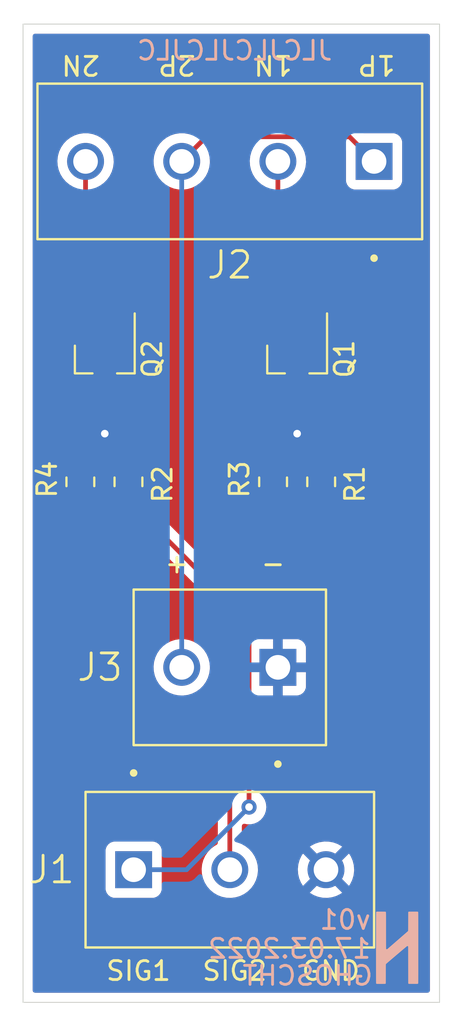
<source format=kicad_pcb>
(kicad_pcb (version 20211014) (generator pcbnew)
  (title_block (title "Heliox Module") (date "2022-03-17") (rev "v01") (comment 4 "Author: GHOSCHT"))
  (layers (0 "F.Cu" signal) (31 "B.Cu" signal) (34 "B.Paste" user) (35 "F.Paste" user) (36 "B.SilkS" user "B.Silkscreen") (37 "F.SilkS" user "F.Silkscreen") (38 "B.Mask" user) (39 "F.Mask" user) (44 "Edge.Cuts" user))
  (net 0 "")
  (net 1 "Net-(Q1-Pad1)")
  (net 2 "Net-(Q2-Pad1)")
  (net 3 "SIG1")
  (net 4 "SIG2")
  (net 5 "GND")
  (net 6 "VCC")
  (net 7 "LED1N")
  (net 8 "LED2N")
  (footprint "CUI_TB006-508-03BE:CUI_TB006-508-03BE" (layer "F.Cu") (at 142.494 94.742)
    (fp_text reference "J1" (at -4.318 0) (layer "F.SilkS") (effects (font (size 1.4 1.4))))
    (fp_text value "Screw_Terminal_01x03")
    (fp_line (start -2.54 -4.1) (end 12.7 -4.1) (layer "F.SilkS") (width 0.127))
    (fp_line (start 12.7 -4.1) (end 12.7 4.1) (layer "F.SilkS") (width 0.127))
    (fp_line (start 12.7 4.1) (end -2.54 4.1) (layer "F.SilkS") (width 0.127))
    (fp_line (start -2.54 4.1) (end -2.54 -4.1) (layer "F.SilkS") (width 0.127))
    (fp_circle (center 0 -5.1) (end 0.1 -5.1) (layer "F.SilkS") (width 0.2) (fill none))
    (pad "1" thru_hole rect locked (at 0 0) (size 1.95 1.95) (drill 1.3) (layers *.Cu *.Mask) (net 3 "SIG1"))
    (pad "2" thru_hole circle locked (at 5.08 0) (size 1.95 1.95) (drill 1.3) (layers *.Cu *.Mask) (net 4 "SIG2"))
    (pad "3" thru_hole circle locked (at 10.16 0) (size 1.95 1.95) (drill 1.3) (layers *.Cu *.Mask) (net 5 "GND"))
  )
  (footprint "CUI_TB006-508-04BE:CUI_TB006-508-04BE" (layer "F.Cu") (at 155.194 57.404 180)
    (fp_text reference "J2" (at 7.62 -5.461) (layer "F.SilkS") (effects (font (size 1.4 1.4))))
    (fp_text value "Screw_Terminal_01x04")
    (fp_line (start -2.54 -4.1) (end 17.78 -4.1) (layer "F.SilkS") (width 0.127))
    (fp_line (start 17.78 -4.1) (end 17.78 4.1) (layer "F.SilkS") (width 0.127))
    (fp_line (start -2.54 4.1) (end -2.54 -4.1) (layer "F.SilkS") (width 0.127))
    (fp_line (start 17.78 4.1) (end -2.54 4.1) (layer "F.SilkS") (width 0.127))
    (fp_circle (center 0 -5.1) (end 0.1 -5.1) (layer "F.SilkS") (width 0.2) (fill none))
    (pad "1" thru_hole rect locked (at 0 0 180) (size 1.95 1.95) (drill 1.3) (layers *.Cu *.Mask) (net 6 "VCC"))
    (pad "2" thru_hole circle locked (at 5.08 0 180) (size 1.95 1.95) (drill 1.3) (layers *.Cu *.Mask) (net 7 "LED1N"))
    (pad "3" thru_hole circle locked (at 10.16 0 180) (size 1.95 1.95) (drill 1.3) (layers *.Cu *.Mask) (net 6 "VCC"))
    (pad "4" thru_hole circle locked (at 15.24 0 180) (size 1.95 1.95) (drill 1.3) (layers *.Cu *.Mask) (net 8 "LED2N"))
  )
  (footprint "Package_TO_SOT_SMD:SOT-23_Handsoldering" (layer "F.Cu") (at 151.13 67.818 -90)
    (fp_text reference "Q1" (at 0 -2.5 90) (layer "F.SilkS"))
    (fp_text value "Q_NPN_BCE")
    (fp_line (start 0.76 1.58) (end 0.76 0.65) (layer "F.SilkS") (width 0.12))
    (fp_line (start 0.76 -1.58) (end 0.76 -0.65) (layer "F.SilkS") (width 0.12))
    (fp_line (start 0.76 -1.58) (end -2.4 -1.58) (layer "F.SilkS") (width 0.12))
    (fp_line (start 0.76 1.58) (end -0.7 1.58) (layer "F.SilkS") (width 0.12))
    (pad "1" smd rect locked (at -1.5 -0.95 270) (size 1.9 0.8) (layers "F.Cu" "F.Paste" "F.Mask") (net 1 "Net-(Q1-Pad1)"))
    (pad "2" smd rect locked (at -1.5 0.95 270) (size 1.9 0.8) (layers "F.Cu" "F.Paste" "F.Mask") (net 7 "LED1N"))
    (pad "3" smd rect locked (at 1.5 0 270) (size 1.9 0.8) (layers "F.Cu" "F.Paste" "F.Mask") (net 5 "GND"))
  )
  (footprint "Package_TO_SOT_SMD:SOT-23_Handsoldering" (layer "F.Cu") (at 140.97 67.818 -90)
    (fp_text reference "Q2" (at 0 -2.5 90) (layer "F.SilkS"))
    (fp_text value "Q_NPN_BCE")
    (fp_line (start 0.76 -1.58) (end 0.76 -0.65) (layer "F.SilkS") (width 0.12))
    (fp_line (start 0.76 1.58) (end -0.7 1.58) (layer "F.SilkS") (width 0.12))
    (fp_line (start 0.76 1.58) (end 0.76 0.65) (layer "F.SilkS") (width 0.12))
    (fp_line (start 0.76 -1.58) (end -2.4 -1.58) (layer "F.SilkS") (width 0.12))
    (pad "1" smd rect locked (at -1.5 -0.95 270) (size 1.9 0.8) (layers "F.Cu" "F.Paste" "F.Mask") (net 2 "Net-(Q2-Pad1)"))
    (pad "2" smd rect locked (at -1.5 0.95 270) (size 1.9 0.8) (layers "F.Cu" "F.Paste" "F.Mask") (net 8 "LED2N"))
    (pad "3" smd rect locked (at 1.5 0 270) (size 1.9 0.8) (layers "F.Cu" "F.Paste" "F.Mask") (net 5 "GND"))
  )
  (footprint "CUI_TB006-508-02BE:CUI_TB006-508-02BE" (layer "F.Cu") (at 150.114 84.074 180)
    (fp_text reference "J3" (at 9.398 0) (layer "F.SilkS") (effects (font (size 1.4 1.4))))
    (fp_text value "Screw_Terminal_01x02")
    (fp_line (start -2.54 4.1) (end -2.54 -4.1) (layer "F.SilkS") (width 0.127))
    (fp_line (start 7.62 -4.1) (end 7.62 4.1) (layer "F.SilkS") (width 0.127))
    (fp_line (start -2.54 -4.1) (end 7.62 -4.1) (layer "F.SilkS") (width 0.127))
    (fp_line (start 7.62 4.1) (end -2.54 4.1) (layer "F.SilkS") (width 0.127))
    (fp_circle (center 0 -5.1) (end 0.1 -5.1) (layer "F.SilkS") (width 0.2) (fill none))
    (pad "1" thru_hole rect locked (at 0 0 180) (size 1.95 1.95) (drill 1.3) (layers *.Cu *.Mask) (net 5 "GND"))
    (pad "2" thru_hole circle locked (at 5.08 0 180) (size 1.95 1.95) (drill 1.3) (layers *.Cu *.Mask) (net 6 "VCC"))
  )
  (footprint "Resistor_SMD:R_0805_2012Metric_Pad1.20x1.40mm_HandSolder" (layer "F.Cu") (at 142.22 74.295 -90)
    (fp_text reference "R2" (at 0.127 -1.798 -90) (layer "F.SilkS"))
    (fp_text value "470")
    (fp_line (start -0.227064 0.735) (end 0.227064 0.735) (layer "F.SilkS") (width 0.12))
    (fp_line (start -0.227064 -0.735) (end 0.227064 -0.735) (layer "F.SilkS") (width 0.12))
    (pad "1" smd roundrect locked (at -1 0 270) (size 1.2 1.4) (layers "F.Cu" "F.Paste" "F.Mask") (roundrect_rratio 0.2083325) (net 2 "Net-(Q2-Pad1)"))
    (pad "2" smd roundrect locked (at 1 0 270) (size 1.2 1.4) (layers "F.Cu" "F.Paste" "F.Mask") (roundrect_rratio 0.2083325) (net 4 "SIG2"))
  )
  (footprint "Resistor_SMD:R_0805_2012Metric_Pad1.20x1.40mm_HandSolder" (layer "F.Cu") (at 152.4 74.295 -90)
    (fp_text reference "R1" (at 0.127 -1.778 90) (layer "F.SilkS"))
    (fp_text value "470")
    (fp_line (start -0.227064 -0.735) (end 0.227064 -0.735) (layer "F.SilkS") (width 0.12))
    (fp_line (start -0.227064 0.735) (end 0.227064 0.735) (layer "F.SilkS") (width 0.12))
    (pad "1" smd roundrect locked (at -1 0 270) (size 1.2 1.4) (layers "F.Cu" "F.Paste" "F.Mask") (roundrect_rratio 0.2083325) (net 1 "Net-(Q1-Pad1)"))
    (pad "2" smd roundrect locked (at 1 0 270) (size 1.2 1.4) (layers "F.Cu" "F.Paste" "F.Mask") (roundrect_rratio 0.2083325) (net 3 "SIG1"))
  )
  (footprint "Resistor_SMD:R_0805_2012Metric_Pad1.20x1.40mm_HandSolder" (layer "F.Cu") (at 149.86 74.295 -90)
    (fp_text reference "R3" (at -0.127 1.778 90) (layer "F.SilkS"))
    (fp_text value "5k")
    (fp_line (start -0.227064 -0.735) (end 0.227064 -0.735) (layer "F.SilkS") (width 0.12))
    (fp_line (start -0.227064 0.735) (end 0.227064 0.735) (layer "F.SilkS") (width 0.12))
    (pad "1" smd roundrect locked (at -1 0 270) (size 1.2 1.4) (layers "F.Cu" "F.Paste" "F.Mask") (roundrect_rratio 0.2083325) (net 7 "LED1N"))
    (pad "2" smd roundrect locked (at 1 0 270) (size 1.2 1.4) (layers "F.Cu" "F.Paste" "F.Mask") (roundrect_rratio 0.2083325) (net 5 "GND"))
  )
  (footprint "Resistor_SMD:R_0805_2012Metric_Pad1.20x1.40mm_HandSolder" (layer "F.Cu") (at 139.68 74.295 90)
    (fp_text reference "R4" (at 0.127 -1.758 90) (layer "F.SilkS"))
    (fp_text value "5k")
    (fp_line (start -0.227064 0.735) (end 0.227064 0.735) (layer "F.SilkS") (width 0.12))
    (fp_line (start -0.227064 -0.735) (end 0.227064 -0.735) (layer "F.SilkS") (width 0.12))
    (pad "1" smd roundrect locked (at -1 0 90) (size 1.2 1.4) (layers "F.Cu" "F.Paste" "F.Mask") (roundrect_rratio 0.2083325) (net 5 "GND"))
    (pad "2" smd roundrect locked (at 1 0 90) (size 1.2 1.4) (layers "F.Cu" "F.Paste" "F.Mask") (roundrect_rratio 0.2083325) (net 8 "LED2N"))
  )
  (footprint "Logo:logo" (layer "B.Cu") (at 156.4132 98.8568 180)
    (fp_text reference "Ge" hide)
    (fp_text value "LOGO" hide)
    (fp_poly (pts (xy 1.006804 1.905763) (xy 1.031833 1.905402) (xy 1.052015 1.904769) (xy 1.067944 1.903814) (xy 1.080213 1.902487) (xy 1.089416 1.900737) (xy 1.096146 1.898515) (xy 1.100995 1.895771) (xy 1.104558 1.892456) (xy 1.107427 1.888518) (xy 1.110197 1.883909) (xy 1.110591 1.88324) (xy 1.111106 1.882062) (xy 1.111594 1.88018) (xy 1.112055 1.877388) (xy 1.11249 1.873481) (xy 1.112901 1.868253) (xy 1.113288 1.861496) (xy 1.113651 1.853006) (xy 1.113991 1.842576) (xy 1.11431 1.830001) (xy 1.114607 1.815074) (xy 1.114883 1.797589) (xy 1.11514 1.777341) (xy 1.115378 1.754123) (xy 1.115597 1.727729) (xy 1.115799 1.697954) (xy 1.115984 1.664592) (xy 1.116152 1.627436) (xy 1.116306 1.58628) (xy 1.116444 1.540919) (xy 1.116569 1.491146) (xy 1.11668 1.436756) (xy 1.116779 1.377542) (xy 1.116866 1.313298) (xy 1.116942 1.24382) (xy 1.117007 1.168899) (xy 1.117063 1.088332) (xy 1.117111 1.00191) (xy 1.11715 0.90943) (xy 1.117181 0.810684) (xy 1.117206 0.705466) (xy 1.117225 0.593571) (xy 1.117239 0.474793) (xy 1.117248 0.348925) (xy 1.117253 0.215762) (xy 1.117255 0.075097) (xy 1.117256 0) (xy 1.117255 -0.14459) (xy 1.117251 -0.281573) (xy 1.117244 -0.411156) (xy 1.117232 -0.533543) (xy 1.117216 -0.648942) (xy 1.117195 -0.757557) (xy 1.117167 -0.859596) (xy 1.117131 -0.955263) (xy 1.117089 -1.044765) (xy 1.117037 -1.128308) (xy 1.116977 -1.206099) (xy 1.116906 -1.278342) (xy 1.116825 -1.345243) (xy 1.116732 -1.40701) (xy 1.116627 -1.463848) (xy 1.11651 -1.515962) (xy 1.116379 -1.56356) (xy 1.116233 -1.606846) (xy 1.116072 -1.646027) (xy 1.115896 -1.681309) (xy 1.115703 -1.712898) (xy 1.115493 -1.740999) (xy 1.115264 -1.76582) (xy 1.115018 -1.787565) (xy 1.114751 -1.806441) (xy 1.114465 -1.822653) (xy 1.114157 -1.836409) (xy 1.113828 -1.847913) (xy 1.113477 -1.857372) (xy 1.113102 -1.864991) (xy 1.112704 -1.870978) (xy 1.112281 -1.875537) (xy 1.111833 -1.878874) (xy 1.111359 -1.881197) (xy 1.110858 -1.88271) (xy 1.110591 -1.883239) (xy 1.107755 -1.88797) (xy 1.104866 -1.892008) (xy 1.101317 -1.895407) (xy 1.096502 -1.898222) (xy 1.089817 -1.900509) (xy 1.080655 -1.902322) (xy 1.06841 -1.903716) (xy 1.052478 -1.904747) (xy 1.032253 -1.905468) (xy 1.007128 -1.905936) (xy 0.976498 -1.906205) (xy 0.939758 -1.90633) (xy 0.896301 -1.906365) (xy 0.855713 -1.906367) (xy 0.806758 -1.906363) (xy 0.765004 -1.906317) (xy 0.729839 -1.90618) (xy 0.700649 -1.905903) (xy 0.676824 -1.905435) (xy 0.65775 -1.904728) (xy 0.642815 -1.903732) (xy 0.631407 -1.902397) (xy 0.622914 -1.900674) (xy 0.616724 -1.898513) (xy 0.612223 -1.895865) (xy 0.608801 -1.89268) (xy 0.605844 -1.888909) (xy 0.603789 -1.885987) (xy 0.602896 -1.884118) (xy 0.602094 -1.88093) (xy 0.601377 -1.876026) (xy 0.600741 -1.869011) (xy 0.600182 -1.859488) (xy 0.599694 -1.847061) (xy 0.599273 -1.831334) (xy 0.598914 -1.81191) (xy 0.598612 -1.788394) (xy 0.598363 -1.76039) (xy 0.598161 -1.727501) (xy 0.598003 -1.68933) (xy 0.597883 -1.645483) (xy 0.597797 -1.595562) (xy 0.59774 -1.539171) (xy 0.597707 -1.475915) (xy 0.597694 -1.405396) (xy 0.597693 -1.375782) (xy 0.597685 -1.302211) (xy 0.597659 -1.236054) (xy 0.59761 -1.176913) (xy 0.597533 -1.12439) (xy 0.597424 -1.078086) (xy 0.597278 -1.037603) (xy 0.59709 -1.002542) (xy 0.596855 -0.972506) (xy 0.596569 -0.947095) (xy 0.596227 -0.925911) (xy 0.595825 -0.908555) (xy 0.595357 -0.89463) (xy 0.594818 -0.883737) (xy 0.594206 -0.875477) (xy 0.593513 -0.869452) (xy 0.592737 -0.865264) (xy 0.591871 -0.862514) (xy 0.591624 -0.861971) (xy 0.588107 -0.858319) (xy 0.578968 -0.849946) (xy 0.564568 -0.837157) (xy 0.545266 -0.820256) (xy 0.521424 -0.799549) (xy 0.493399 -0.775341) (xy 0.461553 -0.747937) (xy 0.426246 -0.717642) (xy 0.387838 -0.68476) (xy 0.346688 -0.649598) (xy 0.303156 -0.61246) (xy 0.257604 -0.573651) (xy 0.21039 -0.533477) (xy 0.161875 -0.492241) (xy 0.112418 -0.45025) (xy 0.06238 -0.407808) (xy 0.012121 -0.365221) (xy -0.037999 -0.322793) (xy -0.087621 -0.280829) (xy -0.136384 -0.239635) (xy -0.183928 -0.199515) (xy -0.229893 -0.160775) (xy -0.27392 -0.12372) (xy -0.315647 -0.088655) (xy -0.354716 -0.055884) (xy -0.390766 -0.025713) (xy -0.423438 0.001553) (xy -0.45237 0.025609) (xy -0.477203 0.046151) (xy -0.497578 0.062872) (xy -0.513133 0.075468) (xy -0.52351 0.083634) (xy -0.528348 0.087065) (xy -0.52849 0.087128) (xy -0.543218 0.088813) (xy -0.558556 0.08453) (xy -0.5707 0.075803) (xy -0.580114 0.065782) (xy -0.582068 -0.906545) (xy -0.584021 -1.878872) (xy -0.59679 -1.891643) (xy -0.60956 -1.904414) (xy -0.844852 -1.90535) (xy -0.894438 -1.905526) (xy -0.936803 -1.905623) (xy -0.972538 -1.905629) (xy -1.002234 -1.905531) (xy -1.026484 -1.905318) (xy -1.045878 -1.904977) (xy -1.061009 -1.904497) (xy -1.072466 -1.903866) (xy -1.080843 -1.903071) (xy -1.086731 -1.902102) (xy -1.09072 -1.900945) (xy -1.092065 -1.900354) (xy -1.102694 -1.892622) (xy -1.110621 -1.88319) (xy -1.111134 -1.882007) (xy -1.111619 -1.880103) (xy -1.112079 -1.877271) (xy -1.112512 -1.873307) (xy -1.112921 -1.868004) (xy -1.113306 -1.861156) (xy -1.113668 -1.852558) (xy -1.114007 -1.842003) (xy -1.114324 -1.829285) (xy -1.11462 -1.814199) (xy -1.114895 -1.796539) (xy -1.115151 -1.776099) (xy -1.115388 -1.752673) (xy -1.115606 -1.726054) (xy -1.115807 -1.696038) (xy -1.115991 -1.662419) (xy -1.116159 -1.624989) (xy -1.116312 -1.583544) (xy -1.11645 -1.537878) (xy -1.116574 -1.487784) (xy -1.116684 -1.433058) (xy -1.116783 -1.373492) (xy -1.116869 -1.308881) (xy -1.116945 -1.239019) (xy -1.11701 -1.1637) (xy -1.117066 -1.082719) (xy -1.117113 -0.995869) (xy -1.117152 -0.902944) (xy -1.117183 -0.80374) (xy -1.117208 -0.698049) (xy -1.117226 -0.585665) (xy -1.11724 -0.466384) (xy -1.117249 -0.339999) (xy -1.117254 -0.206304) (xy -1.117256 -0.065093) (xy -1.117257 0) (xy -1.117256 0.144591) (xy -1.117252 0.281574) (xy -1.117245 0.411157) (xy -1.117233 0.533544) (xy -1.117217 0.648943) (xy -1.117196 0.757558) (xy -1.117167 0.859597) (xy -1.117132 0.955264) (xy -1.11709 1.044766) (xy -1.117038 1.128309) (xy -1.116978 1.206099) (xy -1.116907 1.278342) (xy -1.116826 1.345244) (xy -1.116733 1.407011) (xy -1.116628 1.463849) (xy -1.116511 1.515963) (xy -1.116379 1.563561) (xy -1.116234 1.606847) (xy -1.116073 1.646028) (xy -1.115897 1.68131) (xy -1.115704 1.712899) (xy -1.115494 1.741) (xy -1.115265 1.765821) (xy -1.115018 1.787566) (xy -1.114752 1.806442) (xy -1.114466 1.822654) (xy -1.114158 1.83641) (xy -1.113829 1.847914) (xy -1.113478 1.857373) (xy -1.113103 1.864992) (xy -1.112705 1.870979) (xy -1.112282 1.875538) (xy -1.111834 1.878875) (xy -1.11136 1.881198) (xy -1.110859 1.882711) (xy -1.110592 1.88324) (xy -1.107806 1.887922) (xy -1.105003 1.891933) (xy -1.101594 1.89532) (xy -1.096988 1.898133) (xy -1.090594 1.900421) (xy -1.081822 1.902234) (xy -1.070083 1.903621) (xy -1.054785 1.90463) (xy -1.035339 1.905312) (xy -1.011155 1.905716) (xy -0.981641 1.905891) (xy -0.946208 1.905885) (xy -0.904265 1.905749) (xy -0.855222 1.905532) (xy -0.844073 1.905481) (xy -0.60956 1.904414) (xy -0.59679 1.891644) (xy -0.584021 1.878874) (xy -0.582068 1.382931) (xy -0.58178 1.310519) (xy -0.581515 1.245513) (xy -0.581262 1.187507) (xy -0.581015 1.136094) (xy -0.580766 1.09087) (xy -0.580507 1.051426) (xy -0.580229 1.017357) (xy -0.579925 0.988257) (xy -0.579587 0.963718) (xy -0.579208 0.943335) (xy -0.578779 0.926701) (xy -0.578292 0.913411) (xy -0.57774 0.903056) (xy -0.577114 0.895232) (xy -0.576408 0.889532) (xy -0.575612 0.885549) (xy -0.574719 0.882877) (xy -0.573721 0.881109) (xy -0.572611 0.87984) (xy -0.572301 0.879541) (xy -0.567785 0.875484) (xy -0.557781 0.866673) (xy -0.542648 0.853418) (xy -0.522743 0.83603) (xy -0.498423 0.81482) (xy -0.470046 0.790096) (xy -0.43797 0.76217) (xy -0.402552 0.731353) (xy -0.364149 0.697953) (xy -0.32312 0.662281) (xy -0.27982 0.624649) (xy -0.234609 0.585365) (xy -0.187843 0.544741) (xy -0.13988 0.503086) (xy -0.091077 0.460711) (xy -0.041792 0.417927) (xy 0.007617 0.375042) (xy 0.056794 0.332369) (xy 0.10538 0.290216) (xy 0.153019 0.248894) (xy 0.199352 0.208714) (xy 0.244023 0.169986) (xy 0.286673 0.13302) (xy 0.326945 0.098126) (xy 0.364483 0.065615) (xy 0.398927 0.035797) (xy 0.429922 0.008982) (xy 0.457109 -0.01452) (xy 0.48013 -0.034397) (xy 0.498629 -0.050341) (xy 0.512248 -0.06204) (xy 0.520629 -0.069185) (xy 0.523362 -0.071441) (xy 0.537089 -0.076803) (xy 0.552727 -0.076809) (xy 0.567622 -0.072028) (xy 0.57912 -0.063035) (xy 0.581951 -0.058813) (xy 0.582442 -0.054331) (xy 0.5829 -0.04275) (xy 0.583325 -0.024023) (xy 0.583718 0.001898) (xy 0.584079 0.035059) (xy 0.584407 0.075508) (xy 0.584704 0.123293) (xy 0.584969 0.178459) (xy 0.585203 0.241056) (xy 0.585405 0.311128) (xy 0.585576 0.388725) (xy 0.585717 0.473893) (xy 0.585826 0.566679) (xy 0.585905 0.66713) (xy 0.585954 0.775294) (xy 0.585973 0.891218) (xy 0.585973 0.906175) (xy 0.58597 1.009219) (xy 0.585965 1.104739) (xy 0.585962 1.193025) (xy 0.585969 1.274365) (xy 0.58599 1.34905) (xy 0.586032 1.417368) (xy 0.5861 1.479609) (xy 0.586199 1.536062) (xy 0.586335 1.587015) (xy 0.586515 1.63276) (xy 0.586743 1.673584) (xy 0.587025 1.709777) (xy 0.587367 1.741628) (xy 0.587775 1.769427) (xy 0.588254 1.793463) (xy 0.58881 1.814025) (xy 0.589448 1.831402) (xy 0.590175 1.845884) (xy 0.590996 1.857759) (xy 0.591917 1.867318) (xy 0.592942 1.87485) (xy 0.594079 1.880643) (xy 0.595332 1.884987) (xy 0.596708 1.888171) (xy 0.598211 1.890485) (xy 0.599848 1.892218) (xy 0.601624 1.893658) (xy 0.603546 1.895096) (xy 0.605374 1.896602) (xy 0.60741 1.898231) (xy 0.609983 1.899621) (xy 0.613701 1.900793) (xy 0.61917 1.901771) (xy 0.626999 1.902575) (xy 0.637794 1.90323) (xy 0.652163 1.903757) (xy 0.670713 1.904178) (xy 0.694052 1.904516) (xy 0.722787 1.904794) (xy 0.757525 1.905033) (xy 0.798875 1.905257) (xy 0.846359 1.905481) (xy 0.896706 1.905711) (xy 0.939834 1.905867) (xy 0.976336 1.905901)) (layer "B.SilkS") (width 0) (fill solid))
  )
  (gr_line (start 158.652 50.165) (end 158.652 101.736) (layer "Edge.Cuts") (width 0.05))
  (gr_line (start 136.652 101.736) (end 158.652 101.736) (layer "Edge.Cuts") (width 0.05))
  (gr_line (start 136.652 50.165) (end 136.652 101.736) (layer "Edge.Cuts") (width 0.05))
  (gr_line (start 136.652 50.165) (end 158.652 50.165) (layer "Edge.Cuts") (width 0.05))
  (gr_text "GHOSCHT" (at 151.6888 100.33) (layer "B.SilkS") (effects (font (size 1 1)) (justify mirror)))
  (gr_text "17.03.2022" (at 150.7236 98.9076) (layer "B.SilkS") (effects (font (size 1 1)) (justify mirror)))
  (gr_text "v01" (at 153.67 97.3836) (layer "B.SilkS") (effects (font (size 1 1)) (justify mirror)))
  (gr_text "JLCJLCJLCJLC" (at 147.828 51.562) (layer "B.SilkS") (effects (font (size 1 1)) (justify mirror)))
  (gr_text "2N" (at 139.7 52.324 180) (layer "F.SilkS") (effects (font (size 1 1))))
  (gr_text "1P" (at 155.321 52.324 180) (layer "F.SilkS") (effects (font (size 1 1))))
  (gr_text "2P" (at 144.78 52.324 180) (layer "F.SilkS") (effects (font (size 1 1))))
  (gr_text "SIG2" (at 147.828 100.076) (layer "F.SilkS") (effects (font (size 1 1))))
  (gr_text "-" (at 149.86 78.74 180) (layer "F.SilkS") (effects (font (size 1 1))))
  (gr_text "SIG1" (at 142.748 100.076) (layer "F.SilkS") (effects (font (size 1 1))))
  (gr_text "GND" (at 152.908 100.076) (layer "F.SilkS") (effects (font (size 1 1))))
  (gr_text "+" (at 144.78 78.74 180) (layer "F.SilkS") (effects (font (size 1 1))))
  (gr_text "1N" (at 149.86 52.324 180) (layer "F.SilkS") (effects (font (size 1 1))))
  (segment (start 152.08 72.975) (end 152.08 66.318) (width 0.25) (layer "F.Cu") (net 1))
  (segment (start 152.4 73.295) (end 152.08 72.975) (width 0.25) (layer "F.Cu") (net 1))
  (segment (start 142.22 73.295) (end 141.92 72.995) (width 0.25) (layer "F.Cu") (net 2))
  (segment (start 141.92 72.995) (end 141.92 66.318) (width 0.25) (layer "F.Cu") (net 2))
  (segment (start 142.22 73.295) (end 142.605 73.295) (width 0.25) (layer "F.Cu") (net 2))
  (segment (start 152.4 75.295) (end 148.59 79.105) (width 0.25) (layer "F.Cu") (net 3))
  (segment (start 148.59 79.105) (end 148.59 91.44) (width 0.25) (layer "F.Cu") (net 3))
  (via (at 148.59 91.44) (size 0.8) (drill 0.4) (layers "F.Cu" "B.Cu") (net 3))
  (segment (start 148.59 91.44) (end 145.288 94.742) (width 0.25) (layer "B.Cu") (net 3))
  (segment (start 145.288 94.742) (end 142.494 94.742) (width 0.25) (layer "B.Cu") (net 3))
  (segment (start 147.574 80.649) (end 142.22 75.295) (width 0.25) (layer "F.Cu") (net 4))
  (segment (start 147.574 94.742) (end 147.574 80.649) (width 0.25) (layer "F.Cu") (net 4))
  (segment (start 151.13 69.318) (end 151.13 71.755) (width 0.25) (layer "F.Cu") (net 5))
  (segment (start 140.97 69.318) (end 140.97 71.755) (width 0.25) (layer "F.Cu") (net 5))
  (via (at 151.13 71.755) (size 0.8) (drill 0.4) (layers "F.Cu" "B.Cu") (net 5))
  (via (at 140.97 71.755) (size 0.8) (drill 0.4) (layers "F.Cu" "B.Cu") (net 5))
  (segment (start 155.194 57.404) (end 153.894489 56.104489) (width 0.25) (layer "F.Cu") (net 6))
  (segment (start 153.894489 56.104489) (end 146.333511 56.104489) (width 0.25) (layer "F.Cu") (net 6))
  (segment (start 146.333511 56.104489) (end 145.034 57.404) (width 0.25) (layer "F.Cu") (net 6))
  (segment (start 145.034 57.404) (end 145.034 84.074) (width 0.25) (layer "B.Cu") (net 6))
  (segment (start 150.18 72.975) (end 150.18 66.318) (width 0.25) (layer "F.Cu") (net 7))
  (segment (start 149.86 73.295) (end 150.18 72.975) (width 0.25) (layer "F.Cu") (net 7))
  (segment (start 150.114 66.252) (end 150.18 66.318) (width 0.25) (layer "F.Cu") (net 7))
  (segment (start 150.114 57.404) (end 150.114 66.252) (width 0.25) (layer "F.Cu") (net 7))
  (segment (start 140.02 72.955) (end 140.02 66.318) (width 0.25) (layer "F.Cu") (net 8))
  (segment (start 139.954 66.252) (end 140.02 66.318) (width 0.25) (layer "F.Cu") (net 8))
  (segment (start 139.68 73.295) (end 140.02 72.955) (width 0.25) (layer "F.Cu") (net 8))
  (segment (start 139.954 57.404) (end 139.954 66.252) (width 0.25) (layer "F.Cu") (net 8))
  (zone (net 5) (net_name "GND") (layers F&B.Cu) (connect_pads (clearance 0.508)) (min_thickness 0.254) (fill yes (thermal_gap 0.508) (thermal_bridge_width 0.508))
    (polygon (pts (xy 160.02 102.87) (xy 135.89 102.87) (xy 135.89 48.895) (xy 160.02 48.895)))
  )
)
</source>
